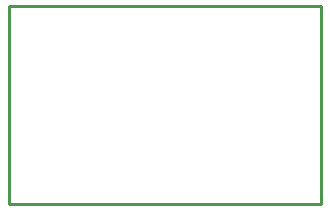
<source format=gbr>
G04 EAGLE Gerber RS-274X export*
G75*
%MOMM*%
%FSLAX34Y34*%
%LPD*%
%IN*%
%IPPOS*%
%AMOC8*
5,1,8,0,0,1.08239X$1,22.5*%
G01*
%ADD10C,0.254000*%


D10*
X2032Y1778D02*
X265811Y1778D01*
X265811Y169418D01*
X2032Y169418D01*
X2032Y1778D01*
M02*

</source>
